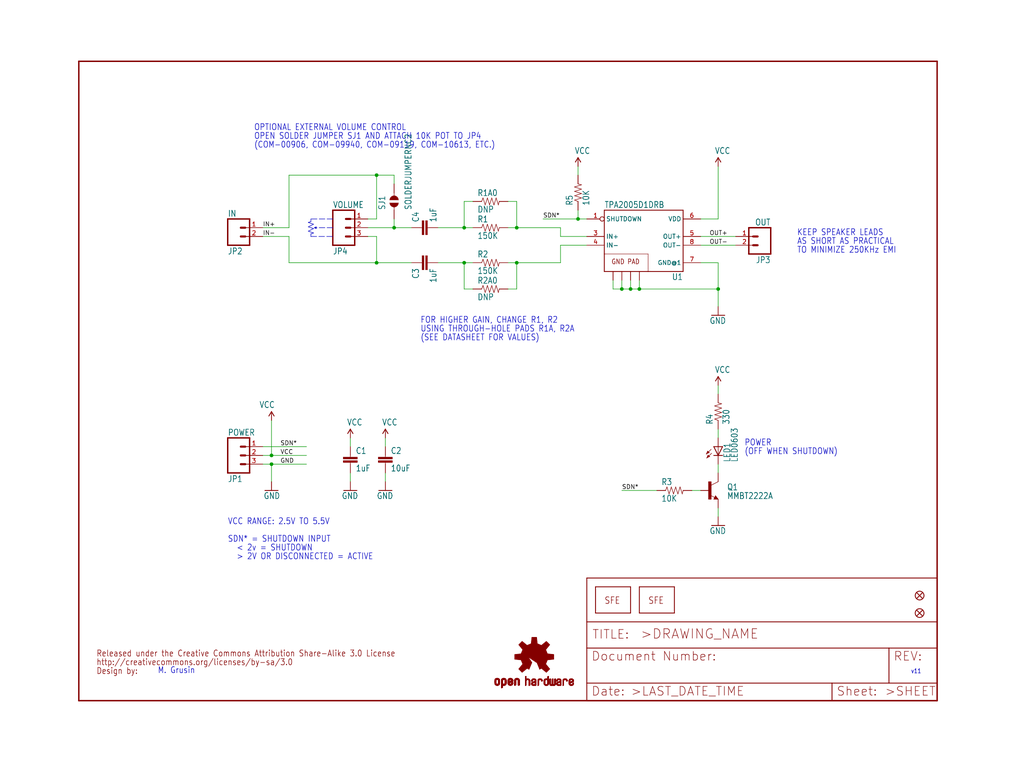
<source format=kicad_sch>
(kicad_sch (version 20211123) (generator eeschema)
  (paper "User" 297.002 223.926)
  (lib_symbols
    (symbol "schematicEagle-eagle-import:CAP1206"
      (property "Reference" "C" (at 1.524 2.921 0))
      (property "Value" "CAP1206" (at 1.524 -2.159 0))
      (symbol "CAP1206_1_0"
        (pin passive line (at 0 5.08 270) (length 2.54) (name "1") (number "1"))
        (pin passive line (at 0 -2.54 90) (length 2.54) (name "2") (number "2"))
      )
    )
    (symbol "schematicEagle-eagle-import:CREATIVE_COMMONS"
      (symbol "CREATIVE_COMMONS_1_0"
        (text "Design by:" (at 0 0 0) (effects (font (size 1.778 1.5113)) (justify left bottom)))
        (text "http://creativecommons.org/licenses/by-sa/3.0" (at 0 2.54 0) (effects (font (size 1.778 1.5113)) (justify left bottom)))
        (text "Released under the Creative Commons Attribution Share-Alike 3.0 License" (at 0 5.08 0) (effects (font (size 1.778 1.5113)) (justify left bottom)))
      )
    )
    (symbol "schematicEagle-eagle-import:FIDUCIALUFIDUCIAL")
    (symbol "schematicEagle-eagle-import:FRAME-LETTER"
      (symbol "FRAME-LETTER_2_0"
        (text ">DRAWING_NAME" (at 15.494 17.78 0) (effects (font (size 2.7432 2.7432)) (justify left bottom)))
        (text ">LAST_DATE_TIME" (at 12.7 1.27 0) (effects (font (size 2.54 2.54)) (justify left bottom)))
        (text ">SHEET" (at 86.36 1.27 0) (effects (font (size 2.54 2.54)) (justify left bottom)))
        (text "Date:" (at 1.27 1.27 0) (effects (font (size 2.54 2.54)) (justify left bottom)))
        (text "Document Number:" (at 1.27 11.43 0) (effects (font (size 2.54 2.54)) (justify left bottom)))
        (text "REV:" (at 88.9 11.43 0) (effects (font (size 2.54 2.54)) (justify left bottom)))
        (text "Sheet:" (at 72.39 1.27 0) (effects (font (size 2.54 2.54)) (justify left bottom)))
        (text "TITLE:" (at 1.524 17.78 0) (effects (font (size 2.54 2.54)) (justify left bottom)))
      )
    )
    (symbol "schematicEagle-eagle-import:GND" (power)
      (property "Value" "GND" (at -2.54 -2.54 0))
      (symbol "GND_1_0"
        (pin power_in line (at 0 2.54 270) (length 2.54) (name "GND") (number "1"))
      )
    )
    (symbol "schematicEagle-eagle-import:LED0603"
      (property "Reference" "LED" (at 3.556 -4.572 90))
      (property "Value" "LED0603" (at 5.715 -4.572 90))
      (symbol "LED0603_1_0"
        (pin passive line (at 0 2.54 270) (length 2.54) (name "A") (number "A"))
        (pin passive line (at 0 -5.08 90) (length 2.54) (name "C") (number "C"))
      )
    )
    (symbol "schematicEagle-eagle-import:LOGO-SFENW2"
      (symbol "LOGO-SFENW2_1_0"
        (text "SFE" (at 0 0 0) (effects (font (size 1.9304 1.6408)) (justify left bottom)))
      )
    )
    (symbol "schematicEagle-eagle-import:LOGO-SFESK"
      (symbol "LOGO-SFESK_1_0"
        (text "SFE" (at 0 0 0) (effects (font (size 1.9304 1.6408)) (justify left bottom)))
      )
    )
    (symbol "schematicEagle-eagle-import:M02PTH"
      (property "Reference" "JP" (at -2.54 5.842 0))
      (property "Value" "M02PTH" (at -2.54 -5.08 0))
      (symbol "M02PTH_1_0"
        (pin passive line (at 7.62 0 180) (length 5.08) (name "1") (number "1"))
        (pin passive line (at 7.62 2.54 180) (length 5.08) (name "2") (number "2"))
      )
    )
    (symbol "schematicEagle-eagle-import:M03PTH"
      (property "Reference" "JP" (at -2.54 5.842 0))
      (property "Value" "M03PTH" (at -2.54 -7.62 0))
      (symbol "M03PTH_1_0"
        (pin passive line (at 7.62 -2.54 180) (length 5.08) (name "1") (number "1"))
        (pin passive line (at 7.62 0 180) (length 5.08) (name "2") (number "2"))
        (pin passive line (at 7.62 2.54 180) (length 5.08) (name "3") (number "3"))
      )
    )
    (symbol "schematicEagle-eagle-import:OSHW-LOGOS")
    (symbol "schematicEagle-eagle-import:RESISTOR0603-RES"
      (property "Reference" "R" (at -3.81 1.4986 0))
      (property "Value" "RESISTOR0603-RES" (at -3.81 -3.302 0))
      (symbol "RESISTOR0603-RES_1_0"
        (pin passive line (at -5.08 0 0) (length 2.54) (name "1") (number "1"))
        (pin passive line (at 5.08 0 180) (length 2.54) (name "2") (number "2"))
      )
    )
    (symbol "schematicEagle-eagle-import:RESISTORAXIAL-0.3"
      (property "Reference" "R" (at -3.81 1.4986 0))
      (property "Value" "RESISTORAXIAL-0.3" (at -3.81 -3.302 0))
      (symbol "RESISTORAXIAL-0.3_1_0"
        (pin passive line (at -5.08 0 0) (length 2.54) (name "1") (number "P$1"))
        (pin passive line (at 5.08 0 180) (length 2.54) (name "2") (number "P$2"))
      )
    )
    (symbol "schematicEagle-eagle-import:SOLDERJUMPERNC2"
      (property "Reference" "SJ" (at -2.54 2.54 0))
      (property "Value" "SOLDERJUMPERNC2" (at -2.54 -5.08 0))
      (symbol "SOLDERJUMPERNC2_1_0"
        (pin passive line (at -5.08 0 0) (length 2.54) (name "1") (number "1"))
        (pin passive line (at 5.08 0 180) (length 2.54) (name "2") (number "2"))
      )
    )
    (symbol "schematicEagle-eagle-import:TPA2005D1DRB"
      (property "Reference" "U" (at 12.7 -12.7 0))
      (property "Value" "TPA2005D1DRB" (at -10.16 10.16 0))
      (symbol "TPA2005D1DRB_1_0"
        (text "GND PAD" (at -8.128 -8.128 0) (effects (font (size 1.4224 1.209)) (justify left bottom)))
        (pin input inverted (at -15.24 5.08 0) (length 5.08) (name "SHUTDOWN") (number "1"))
        (pin power_in line (at -7.62 -12.7 90) (length 2.54) (name "GND@2") (number "10"))
        (pin power_in line (at -5.08 -12.7 90) (length 2.54) (name "GND@3") (number "11"))
        (pin bidirectional line (at -2.54 -12.7 90) (length 2.54) (name "GND@4") (number "12"))
        (pin bidirectional line (at 0 -12.7 90) (length 2.54) (name "GND@5") (number "13"))
        (pin bidirectional line (at -15.24 0 0) (length 5.08) (name "IN+") (number "3"))
        (pin bidirectional line (at -15.24 -2.54 0) (length 5.08) (name "IN-") (number "4"))
        (pin bidirectional line (at 17.78 0 180) (length 5.08) (name "OUT+") (number "5"))
        (pin power_in line (at 17.78 5.08 180) (length 5.08) (name "VDD") (number "6"))
        (pin power_in line (at 17.78 -7.62 180) (length 5.08) (name "GND@1") (number "7"))
        (pin bidirectional line (at 17.78 -2.54 180) (length 5.08) (name "OUT-") (number "8"))
      )
    )
    (symbol "schematicEagle-eagle-import:TRANSISTOR_NPNSOT23-3"
      (property "Reference" "Q" (at 5.08 0 0))
      (property "Value" "TRANSISTOR_NPNSOT23-3" (at 5.08 -2.54 0))
      (symbol "TRANSISTOR_NPNSOT23-3_1_0"
        (pin passive line (at -2.54 0 0) (length 2.54) (name "B") (number "1"))
        (pin passive line (at 2.54 -5.08 90) (length 2.54) (name "E") (number "2"))
        (pin passive line (at 2.54 5.08 270) (length 2.54) (name "C") (number "3"))
      )
    )
    (symbol "schematicEagle-eagle-import:VCC" (power)
      (property "Value" "VCC" (at -1.016 3.556 0))
      (symbol "VCC_1_0"
        (pin power_in line (at 0 0 90) (length 2.54) (name "VCC") (number "1"))
      )
    )
  )
  (junction (at 149.86 66.04))
  (junction (at 134.62 76.2))
  (junction (at 109.22 76.2))
  (junction (at 134.62 66.04))
  (junction (at 109.22 50.8))
  (junction (at 180.34 83.82))
  (junction (at 182.88 83.82))
  (junction (at 208.28 83.82))
  (junction (at 149.86 76.2))
  (junction (at 78.74 132.08))
  (junction (at 185.42 83.82))
  (junction (at 114.3 66.04))
  (junction (at 78.74 134.62))
  (junction (at 167.64 63.5))
  (wire (pts (xy 78.74 121.92) (xy 78.74 132.08)))
  (wire (pts (xy 83.82 66.04) (xy 83.82 50.8)))
  (wire (pts (xy 78.74 139.7) (xy 78.74 134.62)))
  (wire (pts (xy 182.88 81.28) (xy 182.88 83.82)))
  (wire (pts (xy 137.16 58.42) (xy 134.62 58.42)))
  (wire (pts (xy 185.42 81.28) (xy 185.42 83.82)))
  (wire (pts (xy 111.76 127) (xy 111.76 129.54)))
  (wire (pts (xy 213.36 71.12) (xy 203.2 71.12)))
  (wire (pts (xy 180.34 81.28) (xy 180.34 83.82)))
  (wire (pts (xy 208.28 114.3) (xy 208.28 111.76)))
  (wire (pts (xy 88.9 129.54) (xy 76.2 129.54)))
  (polyline (pts (xy 89.408 65.786) (xy 90.932 66.294)))
  (polyline (pts (xy 90.17 67.818) (xy 90.17 68.58)))
  (wire (pts (xy 88.9 132.08) (xy 78.74 132.08)))
  (wire (pts (xy 114.3 66.04) (xy 119.38 66.04)))
  (polyline (pts (xy 91.694 65.786) (xy 91.694 66.294)))
  (wire (pts (xy 167.64 60.96) (xy 167.64 63.5)))
  (wire (pts (xy 162.56 66.04) (xy 162.56 68.58)))
  (wire (pts (xy 208.28 76.2) (xy 208.28 83.82)))
  (wire (pts (xy 114.3 53.34) (xy 114.3 50.8)))
  (wire (pts (xy 208.28 137.16) (xy 208.28 134.62)))
  (wire (pts (xy 167.64 63.5) (xy 170.18 63.5)))
  (wire (pts (xy 208.28 63.5) (xy 208.28 48.26)))
  (wire (pts (xy 167.64 48.26) (xy 167.64 50.8)))
  (polyline (pts (xy 90.932 66.294) (xy 89.408 67.056)))
  (polyline (pts (xy 96.52 63.5) (xy 90.17 63.5)))
  (polyline (pts (xy 91.694 66.294) (xy 91.186 66.04)))
  (wire (pts (xy 208.28 149.86) (xy 208.28 147.32)))
  (polyline (pts (xy 90.17 68.58) (xy 96.52 68.58)))
  (wire (pts (xy 162.56 76.2) (xy 149.86 76.2)))
  (wire (pts (xy 134.62 76.2) (xy 127 76.2)))
  (wire (pts (xy 101.6 127) (xy 101.6 129.54)))
  (wire (pts (xy 177.8 81.28) (xy 177.8 83.82)))
  (wire (pts (xy 134.62 58.42) (xy 134.62 66.04)))
  (wire (pts (xy 203.2 68.58) (xy 213.36 68.58)))
  (wire (pts (xy 109.22 63.5) (xy 109.22 50.8)))
  (wire (pts (xy 111.76 139.7) (xy 111.76 137.16)))
  (wire (pts (xy 185.42 83.82) (xy 208.28 83.82)))
  (wire (pts (xy 137.16 83.82) (xy 134.62 83.82)))
  (wire (pts (xy 106.68 63.5) (xy 109.22 63.5)))
  (wire (pts (xy 208.28 124.46) (xy 208.28 127)))
  (polyline (pts (xy 96.52 66.04) (xy 91.186 66.04)))
  (polyline (pts (xy 90.932 67.564) (xy 90.17 67.818)))
  (wire (pts (xy 109.22 76.2) (xy 83.82 76.2)))
  (wire (pts (xy 76.2 68.58) (xy 83.82 68.58)))
  (wire (pts (xy 134.62 66.04) (xy 137.16 66.04)))
  (polyline (pts (xy 89.408 64.516) (xy 90.932 65.024)))
  (wire (pts (xy 149.86 58.42) (xy 147.32 58.42)))
  (wire (pts (xy 109.22 76.2) (xy 119.38 76.2)))
  (wire (pts (xy 76.2 66.04) (xy 83.82 66.04)))
  (wire (pts (xy 106.68 68.58) (xy 109.22 68.58)))
  (wire (pts (xy 149.86 83.82) (xy 149.86 76.2)))
  (wire (pts (xy 76.2 132.08) (xy 78.74 132.08)))
  (wire (pts (xy 162.56 71.12) (xy 162.56 76.2)))
  (wire (pts (xy 203.2 63.5) (xy 208.28 63.5)))
  (wire (pts (xy 190.5 142.24) (xy 180.34 142.24)))
  (wire (pts (xy 147.32 66.04) (xy 149.86 66.04)))
  (polyline (pts (xy 90.17 63.5) (xy 90.17 64.262)))
  (wire (pts (xy 180.34 83.82) (xy 182.88 83.82)))
  (wire (pts (xy 109.22 68.58) (xy 109.22 76.2)))
  (wire (pts (xy 134.62 83.82) (xy 134.62 76.2)))
  (wire (pts (xy 101.6 139.7) (xy 101.6 137.16)))
  (wire (pts (xy 162.56 68.58) (xy 170.18 68.58)))
  (polyline (pts (xy 89.408 67.056) (xy 90.932 67.564)))
  (wire (pts (xy 83.82 50.8) (xy 109.22 50.8)))
  (wire (pts (xy 147.32 83.82) (xy 149.86 83.82)))
  (wire (pts (xy 182.88 83.82) (xy 185.42 83.82)))
  (wire (pts (xy 83.82 76.2) (xy 83.82 68.58)))
  (wire (pts (xy 200.66 142.24) (xy 203.2 142.24)))
  (wire (pts (xy 78.74 134.62) (xy 88.9 134.62)))
  (wire (pts (xy 106.68 66.04) (xy 114.3 66.04)))
  (wire (pts (xy 114.3 66.04) (xy 114.3 63.5)))
  (wire (pts (xy 127 66.04) (xy 134.62 66.04)))
  (wire (pts (xy 149.86 66.04) (xy 149.86 58.42)))
  (wire (pts (xy 137.16 76.2) (xy 134.62 76.2)))
  (wire (pts (xy 157.48 63.5) (xy 167.64 63.5)))
  (wire (pts (xy 170.18 71.12) (xy 162.56 71.12)))
  (wire (pts (xy 114.3 50.8) (xy 109.22 50.8)))
  (wire (pts (xy 78.74 134.62) (xy 76.2 134.62)))
  (polyline (pts (xy 90.17 64.262) (xy 89.408 64.516)))
  (wire (pts (xy 208.28 83.82) (xy 208.28 88.9)))
  (wire (pts (xy 149.86 66.04) (xy 162.56 66.04)))
  (polyline (pts (xy 90.932 65.024) (xy 89.408 65.786)))
  (wire (pts (xy 149.86 76.2) (xy 147.32 76.2)))
  (polyline (pts (xy 91.186 66.04) (xy 91.694 65.786)))
  (wire (pts (xy 177.8 83.82) (xy 180.34 83.82)))
  (wire (pts (xy 203.2 76.2) (xy 208.28 76.2)))
  (text "KEEP SPEAKER LEADS" (at 231.14 68.58 180) (effects (font (size 1.778 1.5113)) (justify left bottom)))
  (text "VCC RANGE: 2.5V TO 5.5V" (at 66.04 152.4 180) (effects (font (size 1.778 1.5113)) (justify left bottom)))
  (text "v11" (at 264.16 195.58 180) (effects (font (size 1.27 1.0795)) (justify left bottom)))
  (text "USING THROUGH-HOLE PADS R1A, R2A" (at 121.92 96.52 180) (effects (font (size 1.778 1.5113)) (justify left bottom)))
  (text "> 2V OR DISCONNECTED = ACTIVE" (at 68.58 162.56 180) (effects (font (size 1.778 1.5113)) (justify left bottom)))
  (text "< 2v = SHUTDOWN" (at 68.58 160.02 180) (effects (font (size 1.778 1.5113)) (justify left bottom)))
  (text "(COM-00906, COM-09940, COM-09119, COM-10613, ETC.)" (at 73.66 43.18 0) (effects (font (size 1.778 1.5113)) (justify left bottom)))
  (text "OPTIONAL EXTERNAL VOLUME CONTROL" (at 73.66 38.1 180) (effects (font (size 1.778 1.5113)) (justify left bottom)))
  (text "FOR HIGHER GAIN, CHANGE R1, R2" (at 121.92 93.98 180) (effects (font (size 1.778 1.5113)) (justify left bottom)))
  (text "SDN* = SHUTDOWN INPUT" (at 66.04 157.48 180) (effects (font (size 1.778 1.5113)) (justify left bottom)))
  (text "POWER" (at 215.9 129.54 180) (effects (font (size 1.778 1.5113)) (justify left bottom)))
  (text "(OFF WHEN SHUTDOWN)" (at 215.9 132.08 180) (effects (font (size 1.778 1.5113)) (justify left bottom)))
  (text "(SEE DATASHEET FOR VALUES)" (at 121.92 99.06 180) (effects (font (size 1.778 1.5113)) (justify left bottom)))
  (text "OPEN SOLDER JUMPER SJ1 AND ATTACH 10K POT TO JP4" (at 73.66 40.64 180) (effects (font (size 1.778 1.5113)) (justify left bottom)))
  (text "M. Grusin" (at 45.72 195.58 180) (effects (font (size 1.778 1.5113)) (justify left bottom)))
  (text "TO MINIMIZE 250KHz EMI" (at 231.14 73.66 180) (effects (font (size 1.778 1.5113)) (justify left bottom)))
  (text "AS SHORT AS PRACTICAL" (at 231.14 71.12 180) (effects (font (size 1.778 1.5113)) (justify left bottom)))
  (label "VCC" (at 81.28 132.08 0) (effects (font (size 1.2446 1.2446))))
  (label "GND" (at 81.28 134.62 0) (effects (font (size 1.2446 1.2446))))
  (label "SDN*" (at 180.34 142.24 0) (effects (font (size 1.2446 1.2446))))
  (label "OUT+" (at 205.74 68.58 0) (effects (font (size 1.2446 1.2446))))
  (label "SDN*" (at 157.48 63.5 0) (effects (font (size 1.2446 1.2446))))
  (label "IN+" (at 76.2 66.04 0) (effects (font (size 1.2446 1.2446))))
  (label "OUT-" (at 205.74 71.12 0) (effects (font (size 1.2446 1.2446))))
  (label "SDN*" (at 81.28 129.54 0) (effects (font (size 1.2446 1.2446))))
  (label "IN-" (at 76.2 68.58 0) (effects (font (size 1.2446 1.2446))))
  (symbol (lib_id "schematicEagle-eagle-import:FRAME-LETTER") (at 170.18 203.2 0) (unit 2)
    (property "Reference" "#FRAME1" (effects hide))
    (property "Value" "FRAME-LETTER" (effects hide))
    (property "Footprint" "schematicEagle:" (effects hide))
  )
  (symbol (lib_id "schematicEagle-eagle-import:GND") (at 101.6 142.24 0) (unit 1)
    (property "Reference" "#GND6" (effects hide))
    (property "Value" "GND" (at 99.06 144.78 0) (effects (font (size 1.778 1.5113)) (justify left bottom)))
    (property "Footprint" "schematicEagle:" (effects hide))
  )
  (symbol (lib_id "schematicEagle-eagle-import:M03PTH") (at 99.06 66.04 0) (mirror x) (unit 1)
    (property "Reference" "JP4" (at 96.52 71.882 0) (effects (font (size 1.778 1.5113)) (justify left bottom)))
    (property "Value" "VOLUME" (at 96.52 58.42 0) (effects (font (size 1.778 1.5113)) (justify left bottom)))
    (property "Footprint" "schematicEagle:1X03" (effects hide))
  )
  (symbol (lib_id "schematicEagle-eagle-import:RESISTORAXIAL-0.3") (at 142.24 58.42 0) (unit 1)
    (property "Reference" "R1A0" (at 138.43 56.9214 0) (effects (font (size 1.778 1.5113)) (justify left bottom)))
    (property "Value" "DNP" (at 138.43 61.722 0) (effects (font (size 1.778 1.5113)) (justify left bottom)))
    (property "Footprint" "schematicEagle:AXIAL-0.3" (effects hide))
  )
  (symbol (lib_id "schematicEagle-eagle-import:RESISTORAXIAL-0.3") (at 142.24 83.82 0) (unit 1)
    (property "Reference" "R2A0" (at 138.43 82.3214 0) (effects (font (size 1.778 1.5113)) (justify left bottom)))
    (property "Value" "DNP" (at 138.43 87.122 0) (effects (font (size 1.778 1.5113)) (justify left bottom)))
    (property "Footprint" "schematicEagle:AXIAL-0.3" (effects hide))
  )
  (symbol (lib_id "schematicEagle-eagle-import:VCC") (at 78.74 121.92 0) (mirror y) (unit 1)
    (property "Reference" "#P+2" (effects hide))
    (property "Value" "VCC" (at 79.756 118.364 0) (effects (font (size 1.778 1.5113)) (justify left bottom)))
    (property "Footprint" "schematicEagle:" (effects hide))
  )
  (symbol (lib_id "schematicEagle-eagle-import:M02PTH") (at 68.58 66.04 0) (mirror x) (unit 1)
    (property "Reference" "JP2" (at 66.04 71.882 0) (effects (font (size 1.778 1.5113)) (justify left bottom)))
    (property "Value" "IN" (at 66.04 60.96 0) (effects (font (size 1.778 1.5113)) (justify left bottom)))
    (property "Footprint" "schematicEagle:1X02" (effects hide))
  )
  (symbol (lib_id "schematicEagle-eagle-import:VCC") (at 208.28 111.76 0) (unit 1)
    (property "Reference" "#P+5" (effects hide))
    (property "Value" "VCC" (at 207.264 108.204 0) (effects (font (size 1.778 1.5113)) (justify left bottom)))
    (property "Footprint" "schematicEagle:" (effects hide))
  )
  (symbol (lib_id "schematicEagle-eagle-import:GND") (at 111.76 142.24 0) (unit 1)
    (property "Reference" "#GND4" (effects hide))
    (property "Value" "GND" (at 109.22 144.78 0) (effects (font (size 1.778 1.5113)) (justify left bottom)))
    (property "Footprint" "schematicEagle:" (effects hide))
  )
  (symbol (lib_id "schematicEagle-eagle-import:VCC") (at 101.6 127 0) (unit 1)
    (property "Reference" "#P+3" (effects hide))
    (property "Value" "VCC" (at 100.584 123.444 0) (effects (font (size 1.778 1.5113)) (justify left bottom)))
    (property "Footprint" "schematicEagle:" (effects hide))
  )
  (symbol (lib_id "schematicEagle-eagle-import:CAP1206") (at 124.46 66.04 90) (unit 1)
    (property "Reference" "C4" (at 121.539 64.516 0) (effects (font (size 1.778 1.5113)) (justify left bottom)))
    (property "Value" "1uF" (at 126.619 64.516 0) (effects (font (size 1.778 1.5113)) (justify left bottom)))
    (property "Footprint" "schematicEagle:1206" (effects hide))
  )
  (symbol (lib_id "schematicEagle-eagle-import:LOGO-SFESK") (at 187.96 175.26 0) (unit 1)
    (property "Reference" "LOGO2" (effects hide))
    (property "Value" "LOGO-SFESK" (effects hide))
    (property "Footprint" "schematicEagle:SFE-LOGO-FLAME" (effects hide))
  )
  (symbol (lib_id "schematicEagle-eagle-import:CAP1206") (at 124.46 76.2 90) (mirror x) (unit 1)
    (property "Reference" "C3" (at 121.539 77.724 0) (effects (font (size 1.778 1.5113)) (justify left bottom)))
    (property "Value" "1uF" (at 126.619 77.724 0) (effects (font (size 1.778 1.5113)) (justify left bottom)))
    (property "Footprint" "schematicEagle:1206" (effects hide))
  )
  (symbol (lib_id "schematicEagle-eagle-import:LED0603") (at 208.28 129.54 0) (unit 1)
    (property "Reference" "LED1" (at 211.836 134.112 90) (effects (font (size 1.778 1.5113)) (justify left bottom)))
    (property "Value" "LED0603" (at 213.995 134.112 90) (effects (font (size 1.778 1.5113)) (justify left bottom)))
    (property "Footprint" "schematicEagle:LED-0603" (effects hide))
  )
  (symbol (lib_id "schematicEagle-eagle-import:CAP1206") (at 111.76 134.62 0) (unit 1)
    (property "Reference" "C2" (at 113.284 131.699 0) (effects (font (size 1.778 1.5113)) (justify left bottom)))
    (property "Value" "10uF" (at 113.284 136.779 0) (effects (font (size 1.778 1.5113)) (justify left bottom)))
    (property "Footprint" "schematicEagle:1206" (effects hide))
  )
  (symbol (lib_id "schematicEagle-eagle-import:M03PTH") (at 68.58 132.08 0) (mirror x) (unit 1)
    (property "Reference" "JP1" (at 66.04 137.922 0) (effects (font (size 1.778 1.5113)) (justify left bottom)))
    (property "Value" "POWER" (at 66.04 124.46 0) (effects (font (size 1.778 1.5113)) (justify left bottom)))
    (property "Footprint" "schematicEagle:1X03" (effects hide))
  )
  (symbol (lib_id "schematicEagle-eagle-import:GND") (at 208.28 91.44 0) (unit 1)
    (property "Reference" "#GND5" (effects hide))
    (property "Value" "GND" (at 205.74 93.98 0) (effects (font (size 1.778 1.5113)) (justify left bottom)))
    (property "Footprint" "schematicEagle:" (effects hide))
  )
  (symbol (lib_id "schematicEagle-eagle-import:VCC") (at 208.28 48.26 0) (unit 1)
    (property "Reference" "#P+1" (effects hide))
    (property "Value" "VCC" (at 207.264 44.704 0) (effects (font (size 1.778 1.5113)) (justify left bottom)))
    (property "Footprint" "schematicEagle:" (effects hide))
  )
  (symbol (lib_id "schematicEagle-eagle-import:RESISTOR0603-RES") (at 167.64 55.88 90) (unit 1)
    (property "Reference" "R5" (at 166.1414 59.69 0) (effects (font (size 1.778 1.5113)) (justify left bottom)))
    (property "Value" "10K" (at 170.942 59.69 0) (effects (font (size 1.778 1.5113)) (justify left bottom)))
    (property "Footprint" "schematicEagle:0603-RES" (effects hide))
  )
  (symbol (lib_id "schematicEagle-eagle-import:RESISTOR0603-RES") (at 142.24 66.04 0) (unit 1)
    (property "Reference" "R1" (at 138.43 64.5414 0) (effects (font (size 1.778 1.5113)) (justify left bottom)))
    (property "Value" "150K" (at 138.43 69.342 0) (effects (font (size 1.778 1.5113)) (justify left bottom)))
    (property "Footprint" "schematicEagle:0603-RES" (effects hide))
  )
  (symbol (lib_id "schematicEagle-eagle-import:TPA2005D1DRB") (at 185.42 68.58 0) (unit 1)
    (property "Reference" "U1" (at 198.12 81.28 0) (effects (font (size 1.778 1.5113)) (justify right bottom)))
    (property "Value" "TPA2005D1DRB" (at 175.26 58.42 0) (effects (font (size 1.778 1.5113)) (justify left top)))
    (property "Footprint" "schematicEagle:QFN-8_PAD" (effects hide))
  )
  (symbol (lib_id "schematicEagle-eagle-import:CAP1206") (at 101.6 134.62 0) (unit 1)
    (property "Reference" "C1" (at 103.124 131.699 0) (effects (font (size 1.778 1.5113)) (justify left bottom)))
    (property "Value" "1uF" (at 103.124 136.779 0) (effects (font (size 1.778 1.5113)) (justify left bottom)))
    (property "Footprint" "schematicEagle:1206" (effects hide))
  )
  (symbol (lib_id "schematicEagle-eagle-import:CREATIVE_COMMONS") (at 27.94 195.58 0) (unit 1)
    (property "Reference" "U$1" (effects hide))
    (property "Value" "CREATIVE_COMMONS" (effects hide))
    (property "Footprint" "schematicEagle:CREATIVE_COMMONS" (effects hide))
  )
  (symbol (lib_id "schematicEagle-eagle-import:GND") (at 78.74 142.24 0) (mirror y) (unit 1)
    (property "Reference" "#GND3" (effects hide))
    (property "Value" "GND" (at 81.28 144.78 0) (effects (font (size 1.778 1.5113)) (justify left bottom)))
    (property "Footprint" "schematicEagle:" (effects hide))
  )
  (symbol (lib_id "schematicEagle-eagle-import:RESISTOR0603-RES") (at 142.24 76.2 0) (unit 1)
    (property "Reference" "R2" (at 138.43 74.7014 0) (effects (font (size 1.778 1.5113)) (justify left bottom)))
    (property "Value" "150K" (at 138.43 79.502 0) (effects (font (size 1.778 1.5113)) (justify left bottom)))
    (property "Footprint" "schematicEagle:0603-RES" (effects hide))
  )
  (symbol (lib_id "schematicEagle-eagle-import:TRANSISTOR_NPNSOT23-3") (at 205.74 142.24 0) (unit 1)
    (property "Reference" "Q1" (at 210.82 142.24 0) (effects (font (size 1.778 1.5113)) (justify left bottom)))
    (property "Value" "MMBT2222A" (at 210.82 144.78 0) (effects (font (size 1.778 1.5113)) (justify left bottom)))
    (property "Footprint" "schematicEagle:SOT23-3" (effects hide))
  )
  (symbol (lib_id "schematicEagle-eagle-import:VCC") (at 111.76 127 0) (unit 1)
    (property "Reference" "#P+6" (effects hide))
    (property "Value" "VCC" (at 110.744 123.444 0) (effects (font (size 1.778 1.5113)) (justify left bottom)))
    (property "Footprint" "schematicEagle:" (effects hide))
  )
  (symbol (lib_id "schematicEagle-eagle-import:GND") (at 208.28 152.4 0) (unit 1)
    (property "Reference" "#GND7" (effects hide))
    (property "Value" "GND" (at 205.74 154.94 0) (effects (font (size 1.778 1.5113)) (justify left bottom)))
    (property "Footprint" "schematicEagle:" (effects hide))
  )
  (symbol (lib_id "schematicEagle-eagle-import:FRAME-LETTER") (at 22.86 203.2 0) (unit 1)
    (property "Reference" "#FRAME1" (effects hide))
    (property "Value" "FRAME-LETTER" (effects hide))
    (property "Footprint" "schematicEagle:" (effects hide))
  )
  (symbol (lib_id "schematicEagle-eagle-import:VCC") (at 167.64 48.26 0) (unit 1)
    (property "Reference" "#P+4" (effects hide))
    (property "Value" "VCC" (at 166.624 44.704 0) (effects (font (size 1.778 1.5113)) (justify left bottom)))
    (property "Footprint" "schematicEagle:" (effects hide))
  )
  (symbol (lib_id "schematicEagle-eagle-import:FIDUCIALUFIDUCIAL") (at 266.7 177.8 0) (unit 1)
    (property "Reference" "JP6" (effects hide))
    (property "Value" "FIDUCIALUFIDUCIAL" (effects hide))
    (property "Footprint" "schematicEagle:MICRO-FIDUCIAL" (effects hide))
  )
  (symbol (lib_id "schematicEagle-eagle-import:LOGO-SFENW2") (at 175.26 175.26 0) (unit 1)
    (property "Reference" "LOGO1" (effects hide))
    (property "Value" "LOGO-SFENW2" (effects hide))
    (property "Footprint" "schematicEagle:SFE-NEW-WEB" (effects hide))
  )
  (symbol (lib_id "schematicEagle-eagle-import:RESISTOR0603-RES") (at 208.28 119.38 90) (unit 1)
    (property "Reference" "R4" (at 206.7814 123.19 0) (effects (font (size 1.778 1.5113)) (justify left bottom)))
    (property "Value" "330" (at 211.582 123.19 0) (effects (font (size 1.778 1.5113)) (justify left bottom)))
    (property "Footprint" "schematicEagle:0603-RES" (effects hide))
  )
  (symbol (lib_id "schematicEagle-eagle-import:SOLDERJUMPERNC2") (at 114.3 58.42 90) (unit 1)
    (property "Reference" "SJ1" (at 111.76 60.96 0) (effects (font (size 1.778 1.5113)) (justify left bottom)))
    (property "Value" "SOLDERJUMPERNC2" (at 119.38 60.96 0) (effects (font (size 1.778 1.5113)) (justify left bottom)))
    (property "Footprint" "schematicEagle:SJ_2S-NOTRACE" (effects hide))
  )
  (symbol (lib_id "schematicEagle-eagle-import:M02PTH") (at 220.98 68.58 180) (unit 1)
    (property "Reference" "JP3" (at 223.52 74.422 0) (effects (font (size 1.778 1.5113)) (justify left bottom)))
    (property "Value" "OUT" (at 223.52 63.5 0) (effects (font (size 1.778 1.5113)) (justify left bottom)))
    (property "Footprint" "schematicEagle:1X02" (effects hide))
  )
  (symbol (lib_id "schematicEagle-eagle-import:OSHW-LOGOS") (at 154.94 190.5 0) (unit 1)
    (property "Reference" "U$2" (effects hide))
    (property "Value" "OSHW-LOGOS" (effects hide))
    (property "Footprint" "schematicEagle:OSHW-LOGO-S" (effects hide))
  )
  (symbol (lib_id "schematicEagle-eagle-import:FIDUCIALUFIDUCIAL") (at 266.7 172.72 0) (unit 1)
    (property "Reference" "JP5" (effects hide))
    (property "Value" "FIDUCIALUFIDUCIAL" (effects hide))
    (property "Footprint" "schematicEagle:MICRO-FIDUCIAL" (effects hide))
  )
  (symbol (lib_id "schematicEagle-eagle-import:RESISTOR0603-RES") (at 195.58 142.24 0) (unit 1)
    (property "Reference" "R3" (at 191.77 140.7414 0) (effects (font (size 1.778 1.5113)) (justify left bottom)))
    (property "Value" "10K" (at 191.77 145.542 0) (effects (font (size 1.778 1.5113)) (justify left bottom)))
    (property "Footprint" "schematicEagle:0603-RES" (effects hide))
  )
)
</source>
